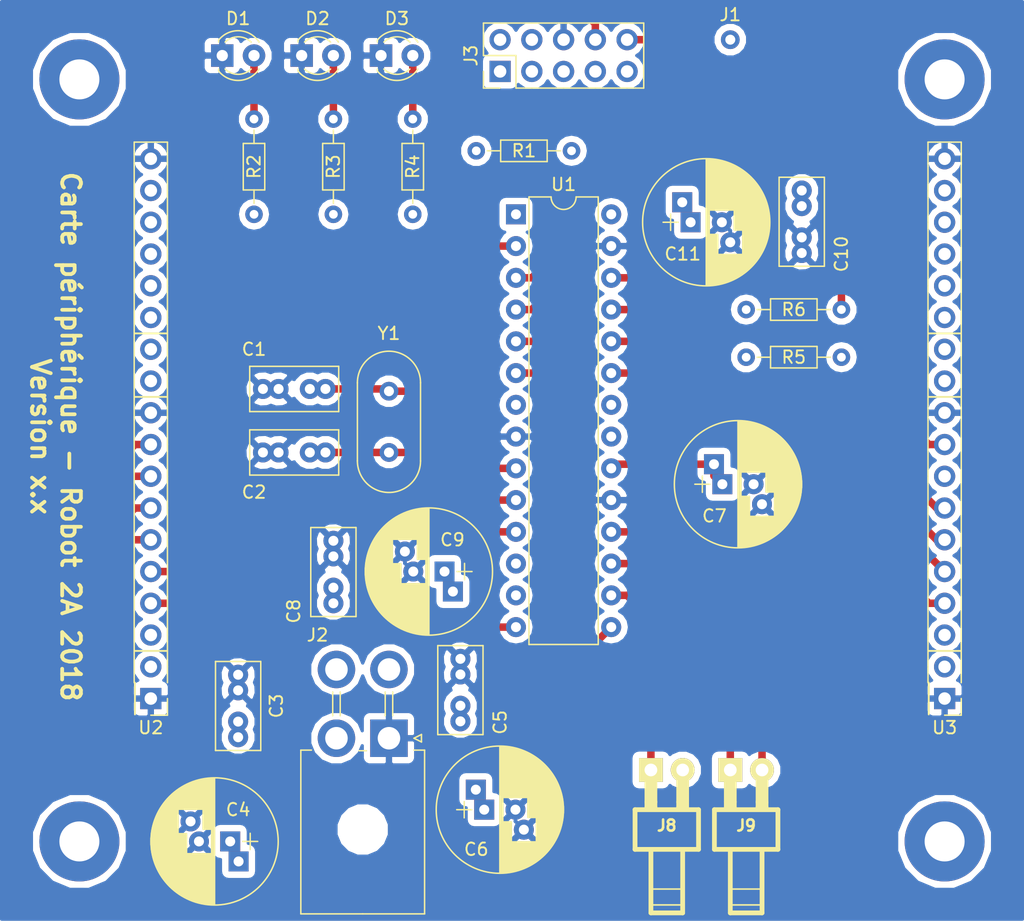
<source format=kicad_pcb>
(kicad_pcb (version 4) (host pcbnew 4.0.7)
  (layers (0 F.Cu signal hide) (1 In1.Cu signal hide) (2 In2.Cu signal) (31 B.Cu signal hide) (34 B.Paste user hide) (35 F.Paste user hide) (36 B.SilkS user hide) (37 F.SilkS user) (38 B.Mask user) (39 F.Mask user) (44 Edge.Cuts user))
  (net 0 "")
  (net 1 "Net-(C1-Pad1)")
  (net 2 GND)
  (net 3 "Net-(C2-Pad1)")
  (net 4 +5V)
  (net 5 +3V3)
  (net 6 "Net-(C7-Pad1)")
  (net 7 "Net-(D1-Pad2)")
  (net 8 "Net-(D2-Pad2)")
  (net 9 "Net-(D3-Pad2)")
  (net 10 /PDB)
  (net 11 "Net-(J2-Pad4)")
  (net 12 "Net-(J3-Pad1)")
  (net 13 /Mclr)
  (net 14 "Net-(J3-Pad3)")
  (net 15 /DEBUG_TX)
  (net 16 /DEBUG_RX)
  (net 17 /PDT)
  (net 18 /PCK)
  (net 19 "Net-(J4-Pad1)")
  (net 20 "Net-(J5-Pad1)")
  (net 21 "Net-(J6-Pad1)")
  (net 22 "Net-(J7-Pad1)")
  (net 23 /I2C_CLK1)
  (net 24 /I2C_DATA1)
  (net 25 /RA4)
  (net 26 /I2C_CLK2)
  (net 27 /I2C_DATA2)
  (net 28 /RB6)
  (net 29 /RA0)
  (net 30 /RB7)
  (net 31 /RA1)
  (net 32 /RB12)
  (net 33 /RB13)
  (net 34 /RB4)
  (net 35 /RB14)
  (net 36 /RB15)
  (net 37 /RB5)
  (net 38 /RA7)
  (net 39 /RA8)
  (net 40 /RA9)
  (net 41 /RA10)
  (net 42 /RC0)
  (net 43 /RC1)
  (net 44 /RC2)
  (net 45 /RC3)
  (net 46 /RC4)
  (net 47 /RC5)
  (net 48 /RC6)
  (net 49 /RC7)
  (net 50 /RC8)
  (net 51 /RC9)
  (module Capacitors_THT:C_Rect_L7.0mm_W3.5mm_P2.50mm_P5.00mm (layer F.Cu) (at 60.96 53.975 180)
    (fp_text reference C1 (at 5.715 3.175 180) (layer F.SilkS))
    (fp_text value 17p)
    (pad 1 thru_hole circle (at 1.25 0 180) (size 1.6 1.6) (drill 0.8) (layers *.Cu *.Mask) (net 1 "Net-(C1-Pad1)"))
    (pad 2 thru_hole circle (at 3.75 0 180) (size 1.6 1.6) (drill 0.8) (layers *.Cu *.Mask) (net 2 GND))
    (pad 1 thru_hole circle (at 0 0 180) (size 1.6 1.6) (drill 0.8) (layers *.Cu *.Mask) (net 1 "Net-(C1-Pad1)"))
    (pad 2 thru_hole circle (at 5 0 180) (size 1.6 1.6) (drill 0.8) (layers *.Cu *.Mask) (net 2 GND))
  )
  (module Capacitors_THT:C_Rect_L7.0mm_W3.5mm_P2.50mm_P5.00mm (layer F.Cu) (at 60.96 59.055 180)
    (fp_text reference C2 (at 5.715 -3.175 180) (layer F.SilkS))
    (fp_text value 17p)
    (pad 1 thru_hole circle (at 1.25 0 180) (size 1.6 1.6) (drill 0.8) (layers *.Cu *.Mask) (net 3 "Net-(C2-Pad1)"))
    (pad 2 thru_hole circle (at 3.75 0 180) (size 1.6 1.6) (drill 0.8) (layers *.Cu *.Mask) (net 2 GND))
    (pad 1 thru_hole circle (at 0 0 180) (size 1.6 1.6) (drill 0.8) (layers *.Cu *.Mask) (net 3 "Net-(C2-Pad1)"))
    (pad 2 thru_hole circle (at 5 0 180) (size 1.6 1.6) (drill 0.8) (layers *.Cu *.Mask) (net 2 GND))
  )
  (module Capacitors_THT:C_Rect_L7.0mm_W3.5mm_P2.50mm_P5.00mm (layer F.Cu) (at 53.975 76.835 270)
    (fp_text reference C3 (at 2.5 -3.06 270) (layer F.SilkS))
    (fp_text value 100n)
    (pad 1 thru_hole circle (at 1.25 0 270) (size 1.6 1.6) (drill 0.8) (layers *.Cu *.Mask) (net 2 GND))
    (pad 2 thru_hole circle (at 3.75 0 270) (size 1.6 1.6) (drill 0.8) (layers *.Cu *.Mask) (net 4 +5V))
    (pad 1 thru_hole circle (at 0 0 270) (size 1.6 1.6) (drill 0.8) (layers *.Cu *.Mask) (net 2 GND))
    (pad 2 thru_hole circle (at 5 0 270) (size 1.6 1.6) (drill 0.8) (layers *.Cu *.Mask) (net 4 +5V))
  )
  (module Capacitors_THT:CP_Radial_D10.0mm_P2.50mm_P5.00mm (layer F.Cu) (at 53.34 90.17 180)
    (fp_text reference C4 (at -0.635 2.54 180) (layer F.SilkS))
    (fp_text value 100u)
    (pad 1 thru_hole rect (at 0 0 180) (size 1.6 1.6) (drill 0.8) (layers *.Cu *.Mask) (net 4 +5V))
    (pad 2 thru_hole circle (at 2.5 0 180) (size 1.6 1.6) (drill 0.8) (layers *.Cu *.Mask) (net 2 GND))
    (pad 1 thru_hole rect (at -0.670937 -1.6 180) (size 1.6 1.6) (drill 0.8) (layers *.Cu *.Mask) (net 4 +5V))
    (pad 2 thru_hole circle (at 3.170937 1.6 180) (size 1.6 1.6) (drill 0.8) (layers *.Cu *.Mask) (net 2 GND))
  )
  (module Capacitors_THT:C_Rect_L7.0mm_W3.5mm_P2.50mm_P5.00mm (layer F.Cu) (at 71.755 75.565 270)
    (fp_text reference C5 (at 5.08 -3.175 270) (layer F.SilkS))
    (fp_text value 100n)
    (pad 1 thru_hole circle (at 1.25 0 270) (size 1.6 1.6) (drill 0.8) (layers *.Cu *.Mask) (net 2 GND))
    (pad 2 thru_hole circle (at 3.75 0 270) (size 1.6 1.6) (drill 0.8) (layers *.Cu *.Mask) (net 5 +3V3))
    (pad 1 thru_hole circle (at 0 0 270) (size 1.6 1.6) (drill 0.8) (layers *.Cu *.Mask) (net 2 GND))
    (pad 2 thru_hole circle (at 5 0 270) (size 1.6 1.6) (drill 0.8) (layers *.Cu *.Mask) (net 5 +3V3))
  )
  (module Capacitors_THT:CP_Radial_D10.0mm_P2.50mm_P5.00mm (layer F.Cu) (at 73.66 87.63)
    (fp_text reference C6 (at -0.635 3.175) (layer F.SilkS))
    (fp_text value 100u)
    (pad 1 thru_hole rect (at 0 0) (size 1.6 1.6) (drill 0.8) (layers *.Cu *.Mask) (net 5 +3V3))
    (pad 2 thru_hole circle (at 2.5 0) (size 1.6 1.6) (drill 0.8) (layers *.Cu *.Mask) (net 2 GND))
    (pad 1 thru_hole rect (at -0.670937 -1.6) (size 1.6 1.6) (drill 0.8) (layers *.Cu *.Mask) (net 5 +3V3))
    (pad 2 thru_hole circle (at 3.170937 1.6) (size 1.6 1.6) (drill 0.8) (layers *.Cu *.Mask) (net 2 GND))
  )
  (module Capacitors_THT:CP_Radial_D10.0mm_P2.50mm_P5.00mm (layer F.Cu) (at 92.71 61.595)
    (fp_text reference C7 (at -0.635 2.54) (layer F.SilkS))
    (fp_text value 10u)
    (pad 1 thru_hole rect (at 0 0) (size 1.6 1.6) (drill 0.8) (layers *.Cu *.Mask) (net 6 "Net-(C7-Pad1)"))
    (pad 2 thru_hole circle (at 2.5 0) (size 1.6 1.6) (drill 0.8) (layers *.Cu *.Mask) (net 2 GND))
    (pad 1 thru_hole rect (at -0.670937 -1.6) (size 1.6 1.6) (drill 0.8) (layers *.Cu *.Mask) (net 6 "Net-(C7-Pad1)"))
    (pad 2 thru_hole circle (at 3.170937 1.6) (size 1.6 1.6) (drill 0.8) (layers *.Cu *.Mask) (net 2 GND))
  )
  (module Capacitors_THT:C_Rect_L7.0mm_W3.5mm_P2.50mm_P5.00mm (layer F.Cu) (at 61.595 71.12 90)
    (fp_text reference C8 (at -0.635 -3.175 90) (layer F.SilkS))
    (fp_text value 100n)
    (pad 1 thru_hole circle (at 1.25 0 90) (size 1.6 1.6) (drill 0.8) (layers *.Cu *.Mask) (net 5 +3V3))
    (pad 2 thru_hole circle (at 3.75 0 90) (size 1.6 1.6) (drill 0.8) (layers *.Cu *.Mask) (net 2 GND))
    (pad 1 thru_hole circle (at 0 0 90) (size 1.6 1.6) (drill 0.8) (layers *.Cu *.Mask) (net 5 +3V3))
    (pad 2 thru_hole circle (at 5 0 90) (size 1.6 1.6) (drill 0.8) (layers *.Cu *.Mask) (net 2 GND))
  )
  (module Capacitors_THT:CP_Radial_D10.0mm_P2.50mm_P5.00mm (layer F.Cu) (at 70.485 68.58 180)
    (fp_text reference C9 (at -0.635 2.54 180) (layer F.SilkS))
    (fp_text value 1u)
    (pad 1 thru_hole rect (at 0 0 180) (size 1.6 1.6) (drill 0.8) (layers *.Cu *.Mask) (net 5 +3V3))
    (pad 2 thru_hole circle (at 2.5 0 180) (size 1.6 1.6) (drill 0.8) (layers *.Cu *.Mask) (net 2 GND))
    (pad 1 thru_hole rect (at -0.670937 -1.6 180) (size 1.6 1.6) (drill 0.8) (layers *.Cu *.Mask) (net 5 +3V3))
    (pad 2 thru_hole circle (at 3.170937 1.6 180) (size 1.6 1.6) (drill 0.8) (layers *.Cu *.Mask) (net 2 GND))
  )
  (module Capacitors_THT:C_Rect_L7.0mm_W3.5mm_P2.50mm_P5.00mm (layer F.Cu) (at 99.06 38.1 270)
    (fp_text reference C10 (at 5.08 -3.175 270) (layer F.SilkS))
    (fp_text value 100n)
    (pad 1 thru_hole circle (at 1.25 0 270) (size 1.6 1.6) (drill 0.8) (layers *.Cu *.Mask) (net 5 +3V3))
    (pad 2 thru_hole circle (at 3.75 0 270) (size 1.6 1.6) (drill 0.8) (layers *.Cu *.Mask) (net 2 GND))
    (pad 1 thru_hole circle (at 0 0 270) (size 1.6 1.6) (drill 0.8) (layers *.Cu *.Mask) (net 5 +3V3))
    (pad 2 thru_hole circle (at 5 0 270) (size 1.6 1.6) (drill 0.8) (layers *.Cu *.Mask) (net 2 GND))
  )
  (module Capacitors_THT:CP_Radial_D10.0mm_P2.50mm_P5.00mm (layer F.Cu) (at 90.17 40.64)
    (fp_text reference C11 (at -0.635 2.54) (layer F.SilkS))
    (fp_text value 1u)
    (pad 1 thru_hole rect (at 0 0) (size 1.6 1.6) (drill 0.8) (layers *.Cu *.Mask) (net 5 +3V3))
    (pad 2 thru_hole circle (at 2.5 0) (size 1.6 1.6) (drill 0.8) (layers *.Cu *.Mask) (net 2 GND))
    (pad 1 thru_hole rect (at -0.670937 -1.6) (size 1.6 1.6) (drill 0.8) (layers *.Cu *.Mask) (net 5 +3V3))
    (pad 2 thru_hole circle (at 3.170937 1.6) (size 1.6 1.6) (drill 0.8) (layers *.Cu *.Mask) (net 2 GND))
  )
  (module LEDs:LED_D3.0mm (layer F.Cu) (at 52.705 27.305)
    (fp_text reference D1 (at 1.27 -2.96) (layer F.SilkS))
    (fp_text value RED)
    (pad 1 thru_hole rect (at 0 0) (size 1.8 1.8) (drill 0.9) (layers *.Cu *.Mask) (net 2 GND))
    (pad 2 thru_hole circle (at 2.54 0) (size 1.8 1.8) (drill 0.9) (layers *.Cu *.Mask) (net 7 "Net-(D1-Pad2)"))
  )
  (module LEDs:LED_D3.0mm (layer F.Cu) (at 59.055 27.305)
    (fp_text reference D2 (at 1.27 -2.96) (layer F.SilkS))
    (fp_text value ORANGE)
    (pad 1 thru_hole rect (at 0 0) (size 1.8 1.8) (drill 0.9) (layers *.Cu *.Mask) (net 2 GND))
    (pad 2 thru_hole circle (at 2.54 0) (size 1.8 1.8) (drill 0.9) (layers *.Cu *.Mask) (net 8 "Net-(D2-Pad2)"))
  )
  (module LEDs:LED_D3.0mm (layer F.Cu) (at 65.405 27.305)
    (fp_text reference D3 (at 1.27 -2.96) (layer F.SilkS))
    (fp_text value GREEN)
    (pad 1 thru_hole rect (at 0 0) (size 1.8 1.8) (drill 0.9) (layers *.Cu *.Mask) (net 2 GND))
    (pad 2 thru_hole circle (at 2.54 0) (size 1.8 1.8) (drill 0.9) (layers *.Cu *.Mask) (net 9 "Net-(D3-Pad2)"))
  )
  (module Measurement_Points:Measurement_Point_Round-TH_Small (layer F.Cu) (at 93.345 26.035)
    (fp_text reference J1 (at 0 -2) (layer F.SilkS))
    (fp_text value PDB)
    (pad 1 thru_hole circle (at 0 0) (size 1.5 1.5) (drill 0.8) (layers *.Cu *.Mask) (net 10 /PDB))
  )
  (module Connectors_Molex:Molex_MiniFit-JR-5569-04A2_2x02x4.20mm_Angled (layer F.Cu) (at 66.04 81.915 180)
    (fp_text reference J2 (at 5.715 8.255 180) (layer F.SilkS))
    (fp_text value PWR_IN)
    (pad 1 thru_hole rect (at 0 0 180) (size 3 3) (drill 1.8) (layers *.Cu *.Mask) (net 2 GND))
    (pad 2 thru_hole circle (at 4.2 0 180) (size 3 3) (drill 1.8) (layers *.Cu *.Mask) (net 4 +5V))
    (pad 3 thru_hole circle (at 0 5.5 180) (size 3 3) (drill 1.8) (layers *.Cu *.Mask) (net 5 +3V3))
    (pad 4 thru_hole circle (at 4.2 5.5 180) (size 3 3) (drill 1.8) (layers *.Cu *.Mask) (net 11 "Net-(J2-Pad4)"))
    (pad "" np_thru_hole circle (at 2.1 -7.3 180) (size 3 3) (drill 3) (layers *.Cu *.Mask))
  )
  (module Pin_Headers:Pin_Header_Straight_2x05_Pitch2.54mm (layer F.Cu) (at 74.93 28.575 90)
    (fp_text reference J3 (at 1.27 -2.33 90) (layer F.SilkS))
    (fp_text value PROG)
    (pad 1 thru_hole rect (at 0 0 90) (size 1.7 1.7) (drill 1) (layers *.Cu *.Mask) (net 12 "Net-(J3-Pad1)"))
    (pad 2 thru_hole oval (at 2.54 0 90) (size 1.7 1.7) (drill 1) (layers *.Cu *.Mask) (net 13 /Mclr))
    (pad 3 thru_hole oval (at 0 2.54 90) (size 1.7 1.7) (drill 1) (layers *.Cu *.Mask) (net 14 "Net-(J3-Pad3)"))
    (pad 4 thru_hole oval (at 2.54 2.54 90) (size 1.7 1.7) (drill 1) (layers *.Cu *.Mask) (net 5 +3V3))
    (pad 5 thru_hole oval (at 0 5.08 90) (size 1.7 1.7) (drill 1) (layers *.Cu *.Mask) (net 15 /DEBUG_TX))
    (pad 6 thru_hole oval (at 2.54 5.08 90) (size 1.7 1.7) (drill 1) (layers *.Cu *.Mask) (net 2 GND))
    (pad 7 thru_hole oval (at 0 7.62 90) (size 1.7 1.7) (drill 1) (layers *.Cu *.Mask) (net 16 /DEBUG_RX))
    (pad 8 thru_hole oval (at 2.54 7.62 90) (size 1.7 1.7) (drill 1) (layers *.Cu *.Mask) (net 17 /PDT))
    (pad 9 thru_hole oval (at 0 10.16 90) (size 1.7 1.7) (drill 1) (layers *.Cu *.Mask) (net 10 /PDB))
    (pad 10 thru_hole oval (at 2.54 10.16 90) (size 1.7 1.7) (drill 1) (layers *.Cu *.Mask) (net 18 /PCK))
  )
  (module Mounting_Holes:MountingHole_3.2mm_M3_Pad (layer F.Cu) (at 110.49 90.17)
    (fp_text reference J4 hide)
    (fp_text value Fix hide)
    (pad 1 thru_hole circle (at 0 0) (size 6.4 6.4) (drill 3.2) (layers *.Cu *.Mask) (net 19 "Net-(J4-Pad1)"))
  )
  (module Mounting_Holes:MountingHole_3.2mm_M3_Pad (layer F.Cu) (at 110.49 29.21)
    (fp_text reference J5 hide)
    (fp_text value Fix hide)
    (pad 1 thru_hole circle (at 0 0) (size 6.4 6.4) (drill 3.2) (layers *.Cu *.Mask) (net 20 "Net-(J5-Pad1)"))
  )
  (module Mounting_Holes:MountingHole_3.2mm_M3_Pad (layer F.Cu) (at 41.275 90.17)
    (fp_text reference J6 hide)
    (fp_text value Fix hide)
    (pad 1 thru_hole circle (at 0 0) (size 6.4 6.4) (drill 3.2) (layers *.Cu *.Mask) (net 21 "Net-(J6-Pad1)"))
  )
  (module Mounting_Holes:MountingHole_3.2mm_M3_Pad (layer F.Cu) (at 41.275 29.21)
    (fp_text reference J7 hide)
    (fp_text value Fix hide)
    (pad 1 thru_hole circle (at 0 0) (size 6.4 6.4) (drill 3.2) (layers *.Cu *.Mask) (net 22 "Net-(J7-Pad1)"))
  )
  (module Epsa:KK_2C (layer F.Cu) (at 88.265 84.455)
    (fp_text reference J8 (at 0 4.445) (layer F.SilkS) (effects (font (size 0.889 0.889) (thickness 0.2032))))
    (fp_text value I2C hide)
    (pad 1 thru_hole rect (at -1.27 0) (size 1.905 1.905) (drill 1.016) (layers *.Cu *.Mask F.SilkS) (net 23 /I2C_CLK1))
    (pad 2 thru_hole circle (at 1.27 0) (size 1.905 1.905) (drill 1.016) (layers *.Cu *.Mask F.SilkS) (net 24 /I2C_DATA1))
  )
  (module Epsa:KK_2C (layer F.Cu) (at 94.615 84.455)
    (fp_text reference J9 (at 0 4.445) (layer F.SilkS) (effects (font (size 0.889 0.889) (thickness 0.2032))))
    (fp_text value I2C hide)
    (pad 1 thru_hole rect (at -1.27 0) (size 1.905 1.905) (drill 1.016) (layers *.Cu *.Mask F.SilkS) (net 23 /I2C_CLK1))
    (pad 2 thru_hole circle (at 1.27 0) (size 1.905 1.905) (drill 1.016) (layers *.Cu *.Mask F.SilkS) (net 24 /I2C_DATA1))
  )
  (module Resistors_THT:R_Axial_DIN0204_L3.6mm_D1.6mm_P7.62mm_Horizontal (layer F.Cu) (at 73.025 34.925)
    (fp_text reference R1 (at 3.81 0) (layer F.SilkS))
    (fp_text value 10K)
    (pad 1 thru_hole circle (at 0 0) (size 1.4 1.4) (drill 0.7) (layers *.Cu *.Mask) (net 13 /Mclr))
    (pad 2 thru_hole oval (at 7.62 0) (size 1.4 1.4) (drill 0.7) (layers *.Cu *.Mask) (net 5 +3V3))
  )
  (module Resistors_THT:R_Axial_DIN0204_L3.6mm_D1.6mm_P7.62mm_Horizontal (layer F.Cu) (at 55.245 32.385 270)
    (fp_text reference R2 (at 3.81 0 270) (layer F.SilkS))
    (fp_text value 470)
    (pad 1 thru_hole circle (at 0 0 270) (size 1.4 1.4) (drill 0.7) (layers *.Cu *.Mask) (net 7 "Net-(D1-Pad2)"))
    (pad 2 thru_hole oval (at 7.62 0 270) (size 1.4 1.4) (drill 0.7) (layers *.Cu *.Mask) (net 4 +5V))
  )
  (module Resistors_THT:R_Axial_DIN0204_L3.6mm_D1.6mm_P7.62mm_Horizontal (layer F.Cu) (at 61.595 32.385 270)
    (fp_text reference R3 (at 3.81 0 270) (layer F.SilkS))
    (fp_text value 470)
    (pad 1 thru_hole circle (at 0 0 270) (size 1.4 1.4) (drill 0.7) (layers *.Cu *.Mask) (net 8 "Net-(D2-Pad2)"))
    (pad 2 thru_hole oval (at 7.62 0 270) (size 1.4 1.4) (drill 0.7) (layers *.Cu *.Mask) (net 5 +3V3))
  )
  (module Resistors_THT:R_Axial_DIN0204_L3.6mm_D1.6mm_P7.62mm_Horizontal (layer F.Cu) (at 67.945 32.385 270)
    (fp_text reference R4 (at 3.81 0 270) (layer F.SilkS))
    (fp_text value 470)
    (pad 1 thru_hole circle (at 0 0 270) (size 1.4 1.4) (drill 0.7) (layers *.Cu *.Mask) (net 9 "Net-(D3-Pad2)"))
    (pad 2 thru_hole oval (at 7.62 0 270) (size 1.4 1.4) (drill 0.7) (layers *.Cu *.Mask) (net 25 /RA4))
  )
  (module Resistors_THT:R_Axial_DIN0204_L3.6mm_D1.6mm_P7.62mm_Horizontal (layer F.Cu) (at 94.615 51.435)
    (fp_text reference R5 (at 3.81 0) (layer F.SilkS))
    (fp_text value 10k)
    (pad 1 thru_hole circle (at 0 0) (size 1.4 1.4) (drill 0.7) (layers *.Cu *.Mask) (net 5 +3V3))
    (pad 2 thru_hole oval (at 7.62 0) (size 1.4 1.4) (drill 0.7) (layers *.Cu *.Mask) (net 26 /I2C_CLK2))
  )
  (module Resistors_THT:R_Axial_DIN0204_L3.6mm_D1.6mm_P7.62mm_Horizontal (layer F.Cu) (at 102.235 47.625 180)
    (fp_text reference R6 (at 3.81 0 180) (layer F.SilkS))
    (fp_text value 10k)
    (pad 1 thru_hole circle (at 0 0 180) (size 1.4 1.4) (drill 0.7) (layers *.Cu *.Mask) (net 27 /I2C_DATA2))
    (pad 2 thru_hole oval (at 7.62 0 180) (size 1.4 1.4) (drill 0.7) (layers *.Cu *.Mask) (net 5 +3V3))
  )
  (module conn_shield:conn_shield (layer F.Cu) (at 46.99 78.74 180)
    (fp_text reference U2 (at 0 -2.33 180) (layer F.SilkS))
    (fp_text value Shield_gauche)
    (pad 1 thru_hole rect (at 0 0 180) (size 1.7 1.7) (drill 1) (layers *.Cu *.Mask) (net 2 GND))
    (pad 2 thru_hole oval (at 0 2.54 180) (size 1.7 1.7) (drill 1) (layers *.Cu *.Mask) (net 5 +3V3))
    (pad 3 thru_hole oval (at 0 5.08 180) (size 1.7 1.7) (drill 1) (layers *.Cu *.Mask) (net 4 +5V))
    (pad 4 thru_hole oval (at 0 7.62 180) (size 1.7 1.7) (drill 1) (layers *.Cu *.Mask) (net 29 /RA0))
    (pad 5 thru_hole oval (at 0 10.16 180) (size 1.7 1.7) (drill 1) (layers *.Cu *.Mask) (net 31 /RA1))
    (pad 6 thru_hole oval (at 0 12.7 180) (size 1.7 1.7) (drill 1) (layers *.Cu *.Mask) (net 34 /RB4))
    (pad 7 thru_hole oval (at 0 15.24 180) (size 1.7 1.7) (drill 1) (layers *.Cu *.Mask) (net 37 /RB5))
    (pad 8 thru_hole oval (at 0 17.78 180) (size 1.7 1.7) (drill 1) (layers *.Cu *.Mask) (net 28 /RB6))
    (pad 9 thru_hole oval (at 0 20.32 180) (size 1.7 1.7) (drill 1) (layers *.Cu *.Mask) (net 30 /RB7))
    (pad 10 thru_hole oval (at 0 22.86 180) (size 1.7 1.7) (drill 1) (layers *.Cu *.Mask) (net 2 GND))
    (pad 11 thru_hole oval (at 0 25.4 180) (size 1.7 1.7) (drill 1) (layers *.Cu *.Mask) (net 38 /RA7))
    (pad 12 thru_hole oval (at 0 27.94 180) (size 1.7 1.7) (drill 1) (layers *.Cu *.Mask) (net 39 /RA8))
    (pad 13 thru_hole oval (at 0 30.48 180) (size 1.7 1.7) (drill 1) (layers *.Cu *.Mask) (net 40 /RA9))
    (pad 14 thru_hole oval (at 0 33.02 180) (size 1.7 1.7) (drill 1) (layers *.Cu *.Mask) (net 41 /RA10))
    (pad 15 thru_hole oval (at 0 35.56 180) (size 1.7 1.7) (drill 1) (layers *.Cu *.Mask) (net 42 /RC0))
    (pad 16 thru_hole oval (at 0 38.1 180) (size 1.7 1.7) (drill 1) (layers *.Cu *.Mask) (net 43 /RC1))
    (pad 17 thru_hole oval (at 0 40.64 180) (size 1.7 1.7) (drill 1) (layers *.Cu *.Mask) (net 44 /RC2))
    (pad 18 thru_hole oval (at 0 43.18 180) (size 1.7 1.7) (drill 1) (layers *.Cu *.Mask) (net 2 GND))
  )
  (module conn_shield:conn_shield (layer F.Cu) (at 110.49 78.74 180)
    (fp_text reference U3 (at 0 -2.33 180) (layer F.SilkS))
    (fp_text value Shield_droit)
    (pad 1 thru_hole rect (at 0 0 180) (size 1.7 1.7) (drill 1) (layers *.Cu *.Mask) (net 2 GND))
    (pad 2 thru_hole oval (at 0 2.54 180) (size 1.7 1.7) (drill 1) (layers *.Cu *.Mask) (net 5 +3V3))
    (pad 3 thru_hole oval (at 0 5.08 180) (size 1.7 1.7) (drill 1) (layers *.Cu *.Mask) (net 4 +5V))
    (pad 4 thru_hole oval (at 0 7.62 180) (size 1.7 1.7) (drill 1) (layers *.Cu *.Mask) (net 32 /RB12))
    (pad 5 thru_hole oval (at 0 10.16 180) (size 1.7 1.7) (drill 1) (layers *.Cu *.Mask) (net 33 /RB13))
    (pad 6 thru_hole oval (at 0 12.7 180) (size 1.7 1.7) (drill 1) (layers *.Cu *.Mask) (net 35 /RB14))
    (pad 7 thru_hole oval (at 0 15.24 180) (size 1.7 1.7) (drill 1) (layers *.Cu *.Mask) (net 36 /RB15))
    (pad 8 thru_hole oval (at 0 17.78 180) (size 1.7 1.7) (drill 1) (layers *.Cu *.Mask) (net 26 /I2C_CLK2))
    (pad 9 thru_hole oval (at 0 20.32 180) (size 1.7 1.7) (drill 1) (layers *.Cu *.Mask) (net 27 /I2C_DATA2))
    (pad 10 thru_hole oval (at 0 22.86 180) (size 1.7 1.7) (drill 1) (layers *.Cu *.Mask) (net 2 GND))
    (pad 11 thru_hole oval (at 0 25.4 180) (size 1.7 1.7) (drill 1) (layers *.Cu *.Mask) (net 45 /RC3))
    (pad 12 thru_hole oval (at 0 27.94 180) (size 1.7 1.7) (drill 1) (layers *.Cu *.Mask) (net 46 /RC4))
    (pad 13 thru_hole oval (at 0 30.48 180) (size 1.7 1.7) (drill 1) (layers *.Cu *.Mask) (net 47 /RC5))
    (pad 14 thru_hole oval (at 0 33.02 180) (size 1.7 1.7) (drill 1) (layers *.Cu *.Mask) (net 48 /RC6))
    (pad 15 thru_hole oval (at 0 35.56 180) (size 1.7 1.7) (drill 1) (layers *.Cu *.Mask) (net 49 /RC7))
    (pad 16 thru_hole oval (at 0 38.1 180) (size 1.7 1.7) (drill 1) (layers *.Cu *.Mask) (net 50 /RC8))
    (pad 17 thru_hole oval (at 0 40.64 180) (size 1.7 1.7) (drill 1) (layers *.Cu *.Mask) (net 51 /RC9))
    (pad 18 thru_hole oval (at 0 43.18 180) (size 1.7 1.7) (drill 1) (layers *.Cu *.Mask) (net 2 GND))
  )
  (module Crystals:Crystal_HC18-U_Vertical (layer F.Cu) (at 66.04 59.055 90)
    (fp_text reference Y1 (at 9.525 0 180) (layer F.SilkS))
    (fp_text value 10MHz)
    (pad 1 thru_hole circle (at 0 0 90) (size 1.5 1.5) (drill 0.8) (layers *.Cu *.Mask) (net 3 "Net-(C2-Pad1)"))
    (pad 2 thru_hole circle (at 4.9 0 90) (size 1.5 1.5) (drill 0.8) (layers *.Cu *.Mask) (net 1 "Net-(C1-Pad1)"))
  )
  (module Housings_DIP:DIP-28_W7.62mm (layer F.Cu) (at 76.2 40.005)
    (fp_text reference U1 (at 3.81 -2.39) (layer F.SilkS))
    (fp_text value PIC24FJ128GA202)
    (pad 1 thru_hole rect (at 0 0) (size 1.6 1.6) (drill 0.8) (layers *.Cu *.Mask) (net 13 /Mclr))
    (pad 15 thru_hole oval (at 7.62 33.02) (size 1.6 1.6) (drill 0.8) (layers *.Cu *.Mask) (net 28 /RB6))
    (pad 2 thru_hole oval (at 0 2.54) (size 1.6 1.6) (drill 0.8) (layers *.Cu *.Mask) (net 29 /RA0))
    (pad 16 thru_hole oval (at 7.62 30.48) (size 1.6 1.6) (drill 0.8) (layers *.Cu *.Mask) (net 30 /RB7))
    (pad 3 thru_hole oval (at 0 5.08) (size 1.6 1.6) (drill 0.8) (layers *.Cu *.Mask) (net 31 /RA1))
    (pad 17 thru_hole oval (at 7.62 27.94) (size 1.6 1.6) (drill 0.8) (layers *.Cu *.Mask) (net 23 /I2C_CLK1))
    (pad 4 thru_hole oval (at 0 7.62) (size 1.6 1.6) (drill 0.8) (layers *.Cu *.Mask) (net 17 /PDT))
    (pad 18 thru_hole oval (at 7.62 25.4) (size 1.6 1.6) (drill 0.8) (layers *.Cu *.Mask) (net 24 /I2C_DATA1))
    (pad 5 thru_hole oval (at 0 10.16) (size 1.6 1.6) (drill 0.8) (layers *.Cu *.Mask) (net 18 /PCK))
    (pad 19 thru_hole oval (at 7.62 22.86) (size 1.6 1.6) (drill 0.8) (layers *.Cu *.Mask) (net 2 GND))
    (pad 6 thru_hole oval (at 0 12.7) (size 1.6 1.6) (drill 0.8) (layers *.Cu *.Mask) (net 27 /I2C_DATA2))
    (pad 20 thru_hole oval (at 7.62 20.32) (size 1.6 1.6) (drill 0.8) (layers *.Cu *.Mask) (net 6 "Net-(C7-Pad1)"))
    (pad 7 thru_hole oval (at 0 15.24) (size 1.6 1.6) (drill 0.8) (layers *.Cu *.Mask) (net 26 /I2C_CLK2))
    (pad 21 thru_hole oval (at 7.62 17.78) (size 1.6 1.6) (drill 0.8) (layers *.Cu *.Mask) (net 16 /DEBUG_RX))
    (pad 8 thru_hole oval (at 0 17.78) (size 1.6 1.6) (drill 0.8) (layers *.Cu *.Mask) (net 2 GND))
    (pad 22 thru_hole oval (at 7.62 15.24) (size 1.6 1.6) (drill 0.8) (layers *.Cu *.Mask) (net 15 /DEBUG_TX))
    (pad 9 thru_hole oval (at 0 20.32) (size 1.6 1.6) (drill 0.8) (layers *.Cu *.Mask) (net 1 "Net-(C1-Pad1)"))
    (pad 23 thru_hole oval (at 7.62 12.7) (size 1.6 1.6) (drill 0.8) (layers *.Cu *.Mask) (net 32 /RB12))
    (pad 10 thru_hole oval (at 0 22.86) (size 1.6 1.6) (drill 0.8) (layers *.Cu *.Mask) (net 3 "Net-(C2-Pad1)"))
    (pad 24 thru_hole oval (at 7.62 10.16) (size 1.6 1.6) (drill 0.8) (layers *.Cu *.Mask) (net 33 /RB13))
    (pad 11 thru_hole oval (at 0 25.4) (size 1.6 1.6) (drill 0.8) (layers *.Cu *.Mask) (net 34 /RB4))
    (pad 25 thru_hole oval (at 7.62 7.62) (size 1.6 1.6) (drill 0.8) (layers *.Cu *.Mask) (net 35 /RB14))
    (pad 12 thru_hole oval (at 0 27.94) (size 1.6 1.6) (drill 0.8) (layers *.Cu *.Mask) (net 25 /RA4))
    (pad 26 thru_hole oval (at 7.62 5.08) (size 1.6 1.6) (drill 0.8) (layers *.Cu *.Mask) (net 36 /RB15))
    (pad 13 thru_hole oval (at 0 30.48) (size 1.6 1.6) (drill 0.8) (layers *.Cu *.Mask) (net 5 +3V3))
    (pad 27 thru_hole oval (at 7.62 2.54) (size 1.6 1.6) (drill 0.8) (layers *.Cu *.Mask) (net 2 GND))
    (pad 14 thru_hole oval (at 0 33.02) (size 1.6 1.6) (drill 0.8) (layers *.Cu *.Mask) (net 37 /RB5))
    (pad 28 thru_hole oval (at 7.62 0) (size 1.6 1.6) (drill 0.8) (layers *.Cu *.Mask) (net 5 +3V3))
  )
  (gr_text "Carte périphérique - Robot 2A 2018\nVersion x.x" (at 39.37 57.785 270) (layer F.SilkS) (effects (font (size 1.5 1.5) (thickness 0.3))))
  (segment (start 60.96 53.975) (end 65.86 53.975) (width 0.6) (layer F.Cu) (net 1))
  (segment (start 65.86 53.975) (end 66.04 54.155) (width 0.6) (layer F.Cu) (net 1))
  (segment (start 59.71 53.975) (end 60.96 53.975) (width 0.6) (layer F.Cu) (net 1))
  (segment (start 66.04 54.155) (end 67.49 54.155) (width 0.6) (layer F.Cu) (net 1))
  (segment (start 73.66 60.325) (end 76.2 60.325) (width 0.6) (layer F.Cu) (net 1))
  (segment (start 67.49 54.155) (end 73.66 60.325) (width 0.6) (layer F.Cu) (net 1))
  (segment (start 53.975 78.085) (end 53.975 76.835) (width 0.3) (layer B.Cu) (net 2))
  (segment (start 46.99 78.74) (end 50.165 78.74) (width 0.3) (layer B.Cu) (net 2))
  (segment (start 52.705 79.375) (end 53.975 78.105) (width 0.3) (layer B.Cu) (net 2))
  (segment (start 50.8 79.375) (end 52.705 79.375) (width 0.3) (layer B.Cu) (net 2))
  (segment (start 50.165 78.74) (end 50.8 79.375) (width 0.3) (layer B.Cu) (net 2))
  (segment (start 53.975 78.105) (end 53.975 78.085) (width 0.3) (layer B.Cu) (net 2))
  (segment (start 57.21 53.975) (end 57.21 54.035) (width 0.3) (layer B.Cu) (net 2))
  (segment (start 57.21 54.035) (end 58.42 55.245) (width 0.3) (layer B.Cu) (net 2))
  (segment (start 58.42 57.845) (end 57.21 59.055) (width 0.3) (layer B.Cu) (net 2))
  (segment (start 58.42 55.245) (end 58.42 57.845) (width 0.3) (layer B.Cu) (net 2))
  (segment (start 55.96 53.975) (end 57.21 53.975) (width 0.3) (layer B.Cu) (net 2))
  (segment (start 57.21 59.055) (end 55.96 59.055) (width 0.3) (layer B.Cu) (net 2))
  (segment (start 61.595 66.12) (end 61.595 66.04) (width 0.3) (layer B.Cu) (net 2))
  (segment (start 61.595 66.04) (end 59.055 63.5) (width 0.3) (layer B.Cu) (net 2))
  (segment (start 59.055 60.9) (end 57.21 59.055) (width 0.3) (layer B.Cu) (net 2))
  (segment (start 59.055 63.5) (end 59.055 60.9) (width 0.3) (layer B.Cu) (net 2))
  (segment (start 61.595 67.37) (end 61.595 66.12) (width 0.3) (layer B.Cu) (net 2))
  (segment (start 67.985 68.58) (end 67.945 68.58) (width 0.3) (layer B.Cu) (net 2))
  (segment (start 67.945 68.58) (end 66.675 69.85) (width 0.3) (layer B.Cu) (net 2))
  (segment (start 64.075 69.85) (end 61.595 67.37) (width 0.3) (layer B.Cu) (net 2))
  (segment (start 66.675 69.85) (end 64.075 69.85) (width 0.3) (layer B.Cu) (net 2))
  (segment (start 67.314063 66.98) (end 67.314063 67.909063) (width 0.3) (layer B.Cu) (net 2))
  (segment (start 67.314063 67.909063) (end 67.985 68.58) (width 0.3) (layer B.Cu) (net 2))
  (segment (start 66.04 81.915) (end 68.58 81.915) (width 0.3) (layer B.Cu) (net 2))
  (segment (start 69.215 79.355) (end 71.755 76.815) (width 0.3) (layer B.Cu) (net 2))
  (segment (start 69.215 81.28) (end 69.215 79.355) (width 0.3) (layer B.Cu) (net 2))
  (segment (start 68.58 81.915) (end 69.215 81.28) (width 0.3) (layer B.Cu) (net 2))
  (segment (start 71.755 76.815) (end 71.755 75.565) (width 0.3) (layer B.Cu) (net 2))
  (segment (start 76.16 87.63) (end 76.2 87.63) (width 0.3) (layer B.Cu) (net 2))
  (segment (start 76.2 87.63) (end 77.47 86.36) (width 0.3) (layer B.Cu) (net 2))
  (segment (start 77.47 82.53) (end 71.755 76.815) (width 0.3) (layer B.Cu) (net 2))
  (segment (start 77.47 86.36) (end 77.47 82.53) (width 0.3) (layer B.Cu) (net 2))
  (segment (start 76.16 87.63) (end 76.16 88.559063) (width 0.3) (layer B.Cu) (net 2))
  (segment (start 76.16 88.559063) (end 76.830937 89.23) (width 0.3) (layer B.Cu) (net 2))
  (segment (start 92.67 40.64) (end 92.71 40.64) (width 0.3) (layer B.Cu) (net 2))
  (segment (start 92.71 40.64) (end 93.98 39.37) (width 0.3) (layer B.Cu) (net 2))
  (segment (start 96.58 39.37) (end 99.06 41.85) (width 0.3) (layer B.Cu) (net 2))
  (segment (start 93.98 39.37) (end 96.58 39.37) (width 0.3) (layer B.Cu) (net 2))
  (segment (start 93.340937 42.24) (end 93.340937 41.310937) (width 0.3) (layer B.Cu) (net 2))
  (segment (start 93.340937 41.310937) (end 92.67 40.64) (width 0.3) (layer B.Cu) (net 2))
  (segment (start 99.06 43.1) (end 99.06 43.18) (width 0.3) (layer B.Cu) (net 2))
  (segment (start 99.06 43.18) (end 100.33 44.45) (width 0.3) (layer B.Cu) (net 2))
  (segment (start 106.68 35.56) (end 110.49 35.56) (width 0.3) (layer B.Cu) (net 2))
  (segment (start 105.41 36.83) (end 106.68 35.56) (width 0.3) (layer B.Cu) (net 2))
  (segment (start 105.41 40.64) (end 105.41 36.83) (width 0.3) (layer B.Cu) (net 2))
  (segment (start 101.6 44.45) (end 105.41 40.64) (width 0.3) (layer B.Cu) (net 2))
  (segment (start 100.33 44.45) (end 101.6 44.45) (width 0.3) (layer B.Cu) (net 2))
  (segment (start 99.06 43.1) (end 99.06 41.85) (width 0.3) (layer B.Cu) (net 2))
  (segment (start 60.96 59.055) (end 59.71 59.055) (width 0.6) (layer F.Cu) (net 3))
  (segment (start 60.96 59.055) (end 66.04 59.055) (width 0.6) (layer F.Cu) (net 3))
  (segment (start 66.04 59.055) (end 69.85 59.055) (width 0.6) (layer F.Cu) (net 3))
  (segment (start 73.66 62.865) (end 76.2 62.865) (width 0.6) (layer F.Cu) (net 3))
  (segment (start 69.85 59.055) (end 73.66 62.865) (width 0.6) (layer F.Cu) (net 3))
  (segment (start 92.039063 59.995) (end 92.039063 60.924063) (width 0.6) (layer F.Cu) (net 6))
  (segment (start 92.039063 60.924063) (end 92.71 61.595) (width 0.6) (layer F.Cu) (net 6))
  (segment (start 92.039063 59.995) (end 84.15 59.995) (width 0.6) (layer F.Cu) (net 6))
  (segment (start 84.15 59.995) (end 83.82 60.325) (width 0.6) (layer F.Cu) (net 6))
  (segment (start 55.245 32.385) (end 55.245 27.305) (width 0.6) (layer F.Cu) (net 7))
  (segment (start 61.595 32.385) (end 61.595 27.305) (width 0.6) (layer F.Cu) (net 8))
  (segment (start 67.945 32.385) (end 67.945 27.305) (width 0.6) (layer F.Cu) (net 9))
  (segment (start 77.47 47.625) (end 78.74 46.355) (width 0.6) (layer F.Cu) (net 17))
  (segment (start 79.375 45.72) (end 79.375 37.465) (width 0.6) (layer F.Cu) (net 17))
  (segment (start 78.74 46.355) (end 79.375 45.72) (width 0.6) (layer F.Cu) (net 17))
  (segment (start 72.39 30.48) (end 72.39 25.4) (width 0.6) (layer F.Cu) (net 17))
  (segment (start 72.39 25.4) (end 73.66 24.13) (width 0.6) (layer F.Cu) (net 17))
  (segment (start 72.39 30.48) (end 76.2 34.29) (width 0.6) (layer F.Cu) (net 17))
  (segment (start 77.47 47.625) (end 76.2 47.625) (width 0.6) (layer F.Cu) (net 17))
  (segment (start 76.2 34.29) (end 79.375 37.465) (width 0.6) (layer F.Cu) (net 17))
  (segment (start 82.55 26.035) (end 82.55 24.765) (width 0.6) (layer F.Cu) (net 17))
  (segment (start 81.915 24.13) (end 73.66 24.13) (width 0.6) (layer F.Cu) (net 17))
  (segment (start 82.55 24.765) (end 81.915 24.13) (width 0.6) (layer F.Cu) (net 17))
  (segment (start 81.28 38.1) (end 80.645 38.735) (width 0.6) (layer F.Cu) (net 18))
  (segment (start 80.645 38.735) (end 80.645 48.26) (width 0.6) (layer F.Cu) (net 18))
  (segment (start 80.01 48.895) (end 80.645 48.26) (width 0.6) (layer F.Cu) (net 18))
  (segment (start 80.01 48.895) (end 78.74 50.165) (width 0.6) (layer F.Cu) (net 18))
  (segment (start 76.2 50.165) (end 78.74 50.165) (width 0.6) (layer F.Cu) (net 18))
  (segment (start 81.915 37.465) (end 81.28 38.1) (width 0.6) (layer F.Cu) (net 18))
  (segment (start 81.915 37.465) (end 87.63 31.75) (width 0.6) (layer F.Cu) (net 18))
  (segment (start 87.63 31.75) (end 87.63 26.67) (width 0.6) (layer F.Cu) (net 18))
  (segment (start 85.09 26.035) (end 86.995 26.035) (width 0.6) (layer F.Cu) (net 18))
  (segment (start 86.995 26.035) (end 87.63 26.67) (width 0.6) (layer F.Cu) (net 18))
  (segment (start 89.535 81.915) (end 89.535 70.485) (width 0.6) (layer F.Cu) (net 23))
  (segment (start 86.995 67.945) (end 83.82 67.945) (width 0.6) (layer F.Cu) (net 23))
  (segment (start 89.535 70.485) (end 86.995 67.945) (width 0.6) (layer F.Cu) (net 23))
  (segment (start 93.345 84.455) (end 93.345 82.55) (width 0.6) (layer F.Cu) (net 23))
  (segment (start 86.995 82.55) (end 86.995 84.455) (width 0.6) (layer F.Cu) (net 23))
  (segment (start 87.63 81.915) (end 86.995 82.55) (width 0.6) (layer F.Cu) (net 23))
  (segment (start 92.71 81.915) (end 89.535 81.915) (width 0.6) (layer F.Cu) (net 23))
  (segment (start 89.535 81.915) (end 87.63 81.915) (width 0.6) (layer F.Cu) (net 23))
  (segment (start 93.345 82.55) (end 92.71 81.915) (width 0.6) (layer F.Cu) (net 23))
  (segment (start 83.82 65.405) (end 85.725 65.405) (width 0.6) (layer F.Cu) (net 24))
  (segment (start 95.885 82.55) (end 95.885 84.455) (width 0.6) (layer F.Cu) (net 24))
  (segment (start 90.805 77.47) (end 95.885 82.55) (width 0.6) (layer F.Cu) (net 24))
  (segment (start 90.805 70.485) (end 90.805 77.47) (width 0.6) (layer F.Cu) (net 24))
  (segment (start 85.725 65.405) (end 90.805 70.485) (width 0.6) (layer F.Cu) (net 24))
  (segment (start 89.535 84.455) (end 89.535 86.36) (width 0.6) (layer F.Cu) (net 24))
  (segment (start 95.885 86.36) (end 95.885 84.455) (width 0.6) (layer F.Cu) (net 24))
  (segment (start 95.25 86.995) (end 95.885 86.36) (width 0.6) (layer F.Cu) (net 24))
  (segment (start 90.17 86.995) (end 95.25 86.995) (width 0.6) (layer F.Cu) (net 24))
  (segment (start 89.535 86.36) (end 90.17 86.995) (width 0.6) (layer F.Cu) (net 24))
  (segment (start 106.045 54.61) (end 106.045 55.245) (width 0.6) (layer F.Cu) (net 27))
  (segment (start 106.045 55.245) (end 109.22 58.42) (width 0.6) (layer F.Cu) (net 27))
  (segment (start 102.235 43.18) (end 103.505 43.18) (width 0.6) (layer F.Cu) (net 27))
  (segment (start 106.045 45.72) (end 106.045 49.53) (width 0.6) (layer F.Cu) (net 27))
  (segment (start 103.505 43.18) (end 106.045 45.72) (width 0.6) (layer F.Cu) (net 27))
  (segment (start 78.105 52.705) (end 81.915 48.895) (width 0.6) (layer F.Cu) (net 27))
  (segment (start 102.235 36.83) (end 102.235 43.18) (width 0.6) (layer F.Cu) (net 27))
  (segment (start 102.235 43.18) (end 102.235 47.625) (width 0.6) (layer F.Cu) (net 27))
  (segment (start 100.965 35.56) (end 102.235 36.83) (width 0.6) (layer F.Cu) (net 27))
  (segment (start 85.09 35.56) (end 100.965 35.56) (width 0.6) (layer F.Cu) (net 27))
  (segment (start 81.915 38.735) (end 85.09 35.56) (width 0.6) (layer F.Cu) (net 27))
  (segment (start 81.915 48.895) (end 81.915 38.735) (width 0.6) (layer F.Cu) (net 27))
  (segment (start 76.2 52.705) (end 78.105 52.705) (width 0.6) (layer F.Cu) (net 27))
  (segment (start 106.045 49.53) (end 106.045 54.61) (width 0.6) (layer F.Cu) (net 27))
  (segment (start 110.49 58.42) (end 109.22 58.42) (width 0.6) (layer F.Cu) (net 27))
  (segment (start 46.99 86.36) (end 47.625 86.995) (width 0.6) (layer F.Cu) (net 28))
  (segment (start 47.593871 90.836129) (end 47.593871 90.773871) (width 0.6) (layer F.Cu) (net 28))
  (segment (start 47.625 90.805) (end 47.593871 90.836129) (width 0.6) (layer F.Cu) (net 28))
  (segment (start 47.625 86.995) (end 47.625 90.805) (width 0.6) (layer F.Cu) (net 28))
  (segment (start 45.085 84.455) (end 46.99 86.36) (width 0.6) (layer F.Cu) (net 28))
  (segment (start 83.82 73.025) (end 82.55 74.295) (width 0.6) (layer F.Cu) (net 28))
  (segment (start 82.55 88.9) (end 81.28 90.17) (width 0.6) (layer F.Cu) (net 28))
  (segment (start 82.55 74.295) (end 82.55 88.9) (width 0.6) (layer F.Cu) (net 28))
  (segment (start 50.8 93.98) (end 47.593871 90.773871) (width 0.6) (layer F.Cu) (net 28))
  (segment (start 77.47 93.98) (end 50.8 93.98) (width 0.6) (layer F.Cu) (net 28))
  (segment (start 81.28 90.17) (end 77.47 93.98) (width 0.6) (layer F.Cu) (net 28))
  (segment (start 45.085 60.96) (end 46.99 60.96) (width 0.6) (layer F.Cu) (net 28))
  (segment (start 41.91 64.135) (end 45.085 60.96) (width 0.6) (layer F.Cu) (net 28))
  (segment (start 41.91 81.28) (end 41.91 64.135) (width 0.6) (layer F.Cu) (net 28))
  (segment (start 45.085 84.455) (end 41.91 81.28) (width 0.6) (layer F.Cu) (net 28))
  (segment (start 53.975 46.99) (end 58.42 42.545) (width 0.6) (layer F.Cu) (net 29))
  (segment (start 46.99 71.12) (end 51.435 71.12) (width 0.6) (layer F.Cu) (net 29))
  (segment (start 58.42 42.545) (end 76.2 42.545) (width 0.6) (layer F.Cu) (net 29))
  (segment (start 53.975 68.58) (end 53.975 46.99) (width 0.6) (layer F.Cu) (net 29))
  (segment (start 51.435 71.12) (end 53.975 68.58) (width 0.6) (layer F.Cu) (net 29))
  (segment (start 45.72 86.995) (end 46.355 87.63) (width 0.6) (layer F.Cu) (net 30))
  (segment (start 46.355 87.63) (end 46.355 90.805) (width 0.6) (layer F.Cu) (net 30))
  (segment (start 43.815 85.09) (end 45.72 86.995) (width 0.6) (layer F.Cu) (net 30))
  (segment (start 83.82 89.535) (end 83.82 77.47) (width 0.6) (layer F.Cu) (net 30))
  (segment (start 86.36 71.755) (end 85.09 70.485) (width 0.6) (layer F.Cu) (net 30))
  (segment (start 86.36 74.93) (end 86.36 71.755) (width 0.6) (layer F.Cu) (net 30))
  (segment (start 85.09 76.2) (end 86.36 74.93) (width 0.6) (layer F.Cu) (net 30))
  (segment (start 85.09 70.485) (end 83.82 70.485) (width 0.6) (layer F.Cu) (net 30))
  (segment (start 46.355 90.805) (end 50.8 95.25) (width 0.6) (layer F.Cu) (net 30))
  (segment (start 50.8 95.25) (end 78.105 95.25) (width 0.6) (layer F.Cu) (net 30))
  (segment (start 78.105 95.25) (end 83.82 89.535) (width 0.6) (layer F.Cu) (net 30))
  (segment (start 83.82 77.47) (end 85.09 76.2) (width 0.6) (layer F.Cu) (net 30))
  (segment (start 40.64 81.915) (end 43.815 85.09) (width 0.6) (layer F.Cu) (net 30))
  (segment (start 40.64 63.5) (end 40.64 81.915) (width 0.6) (layer F.Cu) (net 30))
  (segment (start 46.99 58.42) (end 45.72 58.42) (width 0.6) (layer F.Cu) (net 30))
  (segment (start 45.72 58.42) (end 40.64 63.5) (width 0.6) (layer F.Cu) (net 30))
  (segment (start 52.705 46.355) (end 57.785 41.275) (width 0.6) (layer F.Cu) (net 31))
  (segment (start 57.785 38.735) (end 59.055 37.465) (width 0.6) (layer F.Cu) (net 31))
  (segment (start 57.785 41.275) (end 57.785 38.735) (width 0.6) (layer F.Cu) (net 31))
  (segment (start 78.105 38.735) (end 78.105 44.45) (width 0.6) (layer F.Cu) (net 31))
  (segment (start 51.435 68.58) (end 52.705 67.31) (width 0.6) (layer F.Cu) (net 31))
  (segment (start 52.705 67.31) (end 52.705 46.355) (width 0.6) (layer F.Cu) (net 31))
  (segment (start 59.055 37.465) (end 76.835 37.465) (width 0.6) (layer F.Cu) (net 31))
  (segment (start 76.835 37.465) (end 78.105 38.735) (width 0.6) (layer F.Cu) (net 31))
  (segment (start 46.99 68.58) (end 51.435 68.58) (width 0.6) (layer F.Cu) (net 31))
  (segment (start 77.47 45.085) (end 76.2 45.085) (width 0.6) (layer F.Cu) (net 31))
  (segment (start 78.105 44.45) (end 77.47 45.085) (width 0.6) (layer F.Cu) (net 31))
  (segment (start 110.49 71.12) (end 109.22 71.12) (width 0.6) (layer F.Cu) (net 32))
  (segment (start 89.535 52.705) (end 83.82 52.705) (width 0.6) (layer F.Cu) (net 32))
  (segment (start 93.98 57.15) (end 89.535 52.705) (width 0.6) (layer F.Cu) (net 32))
  (segment (start 99.757258 57.15) (end 93.98 57.15) (width 0.6) (layer F.Cu) (net 32))
  (segment (start 106.045 63.437742) (end 99.757258 57.15) (width 0.6) (layer F.Cu) (net 32))
  (segment (start 106.045 67.945) (end 106.045 63.437742) (width 0.6) (layer F.Cu) (net 32))
  (segment (start 109.22 71.12) (end 106.045 67.945) (width 0.6) (layer F.Cu) (net 32))
  (segment (start 110.49 68.58) (end 107.315 65.405) (width 0.6) (layer F.Cu) (net 33))
  (segment (start 88.265 50.165) (end 83.82 50.165) (width 0.6) (layer F.Cu) (net 33))
  (segment (start 93.98 55.88) (end 88.265 50.165) (width 0.6) (layer F.Cu) (net 33))
  (segment (start 99.695 55.88) (end 93.98 55.88) (width 0.6) (layer F.Cu) (net 33))
  (segment (start 107.315 63.5) (end 99.695 55.88) (width 0.6) (layer F.Cu) (net 33))
  (segment (start 107.315 65.405) (end 107.315 63.5) (width 0.6) (layer F.Cu) (net 33))
  (segment (start 57.15 64.135) (end 72.39 64.135) (width 0.6) (layer F.Cu) (net 34))
  (segment (start 49.53 80.01) (end 49.53 74.295) (width 0.6) (layer F.Cu) (net 34))
  (segment (start 49.53 74.295) (end 55.245 68.58) (width 0.6) (layer F.Cu) (net 34))
  (segment (start 46.99 66.04) (end 45.085 66.04) (width 0.6) (layer F.Cu) (net 34))
  (segment (start 73.66 65.405) (end 76.2 65.405) (width 0.6) (layer F.Cu) (net 34))
  (segment (start 72.39 64.135) (end 73.66 65.405) (width 0.6) (layer F.Cu) (net 34))
  (segment (start 55.245 66.04) (end 57.15 64.135) (width 0.6) (layer F.Cu) (net 34))
  (segment (start 55.245 68.58) (end 55.245 66.04) (width 0.6) (layer F.Cu) (net 34))
  (segment (start 48.26 81.28) (end 49.53 80.01) (width 0.6) (layer F.Cu) (net 34))
  (segment (start 45.72 81.28) (end 48.26 81.28) (width 0.6) (layer F.Cu) (net 34))
  (segment (start 44.45 80.01) (end 45.72 81.28) (width 0.6) (layer F.Cu) (net 34))
  (segment (start 44.45 66.675) (end 44.45 80.01) (width 0.6) (layer F.Cu) (net 34))
  (segment (start 45.085 66.04) (end 44.45 66.675) (width 0.6) (layer F.Cu) (net 34))
  (segment (start 110.49 66.04) (end 109.855 66.04) (width 0.6) (layer F.Cu) (net 35))
  (segment (start 109.855 66.04) (end 108.585 64.77) (width 0.6) (layer F.Cu) (net 35))
  (segment (start 108.585 64.77) (end 108.585 63.5) (width 0.6) (layer F.Cu) (net 35))
  (segment (start 108.585 63.5) (end 99.695 54.61) (width 0.6) (layer F.Cu) (net 35))
  (segment (start 99.695 54.61) (end 93.98 54.61) (width 0.6) (layer F.Cu) (net 35))
  (segment (start 93.98 54.61) (end 86.995 47.625) (width 0.6) (layer F.Cu) (net 35))
  (segment (start 86.995 47.625) (end 83.82 47.625) (width 0.6) (layer F.Cu) (net 35))
  (segment (start 110.49 63.5) (end 109.855 63.5) (width 0.6) (layer F.Cu) (net 36))
  (segment (start 109.855 63.5) (end 99.695 53.34) (width 0.6) (layer F.Cu) (net 36))
  (segment (start 99.695 53.34) (end 93.98 53.34) (width 0.6) (layer F.Cu) (net 36))
  (segment (start 93.98 53.34) (end 85.725 45.085) (width 0.6) (layer F.Cu) (net 36))
  (segment (start 85.725 45.085) (end 83.82 45.085) (width 0.6) (layer F.Cu) (net 36))
  (segment (start 45.085 82.55) (end 48.26 82.55) (width 0.6) (layer F.Cu) (net 37))
  (segment (start 45.72 63.5) (end 43.18 66.04) (width 0.6) (layer F.Cu) (net 37))
  (segment (start 43.18 66.04) (end 43.18 80.645) (width 0.6) (layer F.Cu) (net 37))
  (segment (start 43.18 80.645) (end 45.085 82.55) (width 0.6) (layer F.Cu) (net 37))
  (segment (start 46.99 63.5) (end 45.72 63.5) (width 0.6) (layer F.Cu) (net 37))
  (segment (start 52.07 73.025) (end 76.2 73.025) (width 0.6) (layer F.Cu) (net 37))
  (segment (start 50.8 74.295) (end 52.07 73.025) (width 0.6) (layer F.Cu) (net 37))
  (segment (start 50.8 80.01) (end 50.8 74.295) (width 0.6) (layer F.Cu) (net 37))
  (segment (start 48.26 82.55) (end 50.8 80.01) (width 0.6) (layer F.Cu) (net 37))
  (zone (net 2) (net_name GND) (layer B.Cu) (connect_pads (clearance 0.508)) (min_thickness 0.254) (fill yes (arc_segments 16) (thermal_gap 0.508) (thermal_bridge_width 0.508))
    (polygon (pts (xy 116.84 96.52) (xy 34.925 96.52) (xy 34.925 22.86) (xy 116.84 22.86)))
  )
)
</source>
